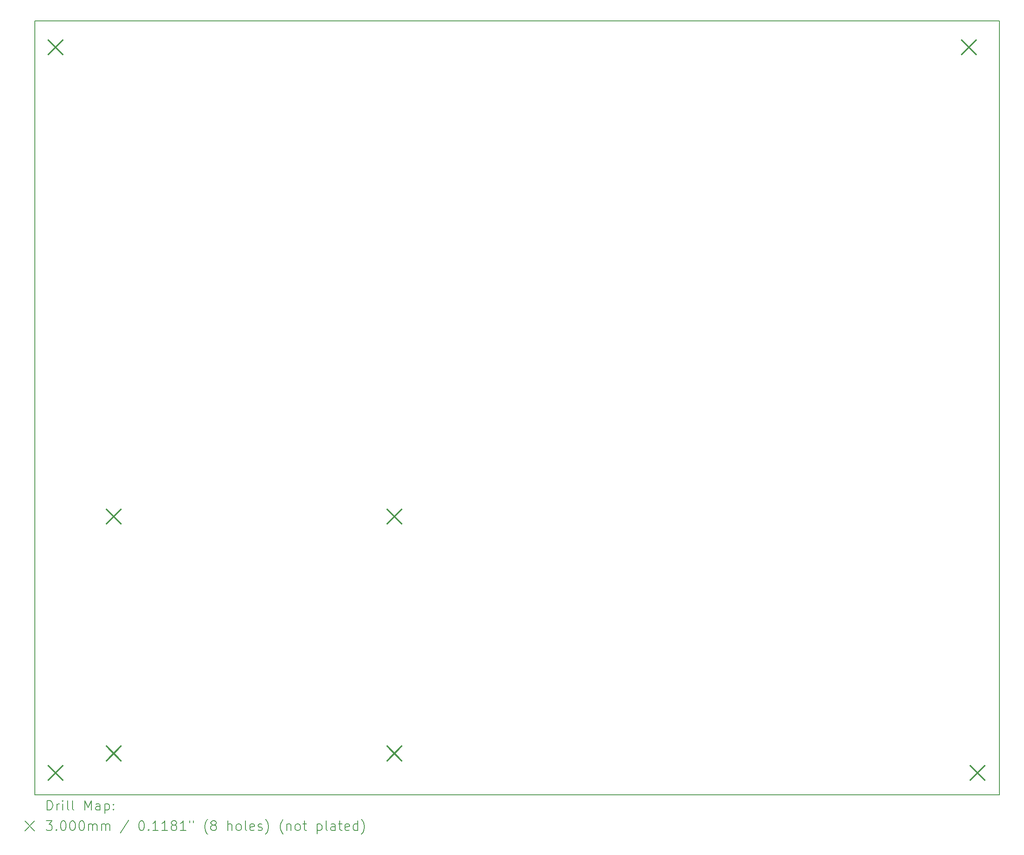
<source format=gbr>
%TF.GenerationSoftware,KiCad,Pcbnew,8.0.2*%
%TF.CreationDate,2024-07-09T15:07:08+02:00*%
%TF.ProjectId,PiADC-IO,50694144-432d-4494-9f2e-6b696361645f,1*%
%TF.SameCoordinates,Original*%
%TF.FileFunction,Drillmap*%
%TF.FilePolarity,Positive*%
%FSLAX45Y45*%
G04 Gerber Fmt 4.5, Leading zero omitted, Abs format (unit mm)*
G04 Created by KiCad (PCBNEW 8.0.2) date 2024-07-09 15:07:08*
%MOMM*%
%LPD*%
G01*
G04 APERTURE LIST*
%ADD10C,0.150000*%
%ADD11C,0.200000*%
%ADD12C,0.300000*%
G04 APERTURE END LIST*
D10*
X3073700Y-1400000D02*
X3073700Y-17402000D01*
X23000000Y-1400000D02*
X3073700Y-1400000D01*
X23000000Y-17402000D02*
X23000000Y-1400000D01*
X3073700Y-17402000D02*
X23000000Y-17402000D01*
D11*
D12*
X3350000Y-1800000D02*
X3650000Y-2100000D01*
X3650000Y-1800000D02*
X3350000Y-2100000D01*
X3350000Y-16800000D02*
X3650000Y-17100000D01*
X3650000Y-16800000D02*
X3350000Y-17100000D01*
X4550000Y-11500000D02*
X4850000Y-11800000D01*
X4850000Y-11500000D02*
X4550000Y-11800000D01*
X4550000Y-16400000D02*
X4850000Y-16700000D01*
X4850000Y-16400000D02*
X4550000Y-16700000D01*
X10350000Y-11500000D02*
X10650000Y-11800000D01*
X10650000Y-11500000D02*
X10350000Y-11800000D01*
X10350000Y-16400000D02*
X10650000Y-16700000D01*
X10650000Y-16400000D02*
X10350000Y-16700000D01*
X22222500Y-1800000D02*
X22522500Y-2100000D01*
X22522500Y-1800000D02*
X22222500Y-2100000D01*
X22400000Y-16800000D02*
X22700000Y-17100000D01*
X22700000Y-16800000D02*
X22400000Y-17100000D01*
D11*
X3326977Y-17720984D02*
X3326977Y-17520984D01*
X3326977Y-17520984D02*
X3374596Y-17520984D01*
X3374596Y-17520984D02*
X3403167Y-17530508D01*
X3403167Y-17530508D02*
X3422215Y-17549555D01*
X3422215Y-17549555D02*
X3431739Y-17568603D01*
X3431739Y-17568603D02*
X3441262Y-17606698D01*
X3441262Y-17606698D02*
X3441262Y-17635270D01*
X3441262Y-17635270D02*
X3431739Y-17673365D01*
X3431739Y-17673365D02*
X3422215Y-17692412D01*
X3422215Y-17692412D02*
X3403167Y-17711460D01*
X3403167Y-17711460D02*
X3374596Y-17720984D01*
X3374596Y-17720984D02*
X3326977Y-17720984D01*
X3526977Y-17720984D02*
X3526977Y-17587650D01*
X3526977Y-17625746D02*
X3536501Y-17606698D01*
X3536501Y-17606698D02*
X3546024Y-17597174D01*
X3546024Y-17597174D02*
X3565072Y-17587650D01*
X3565072Y-17587650D02*
X3584120Y-17587650D01*
X3650786Y-17720984D02*
X3650786Y-17587650D01*
X3650786Y-17520984D02*
X3641262Y-17530508D01*
X3641262Y-17530508D02*
X3650786Y-17540031D01*
X3650786Y-17540031D02*
X3660310Y-17530508D01*
X3660310Y-17530508D02*
X3650786Y-17520984D01*
X3650786Y-17520984D02*
X3650786Y-17540031D01*
X3774596Y-17720984D02*
X3755548Y-17711460D01*
X3755548Y-17711460D02*
X3746024Y-17692412D01*
X3746024Y-17692412D02*
X3746024Y-17520984D01*
X3879358Y-17720984D02*
X3860310Y-17711460D01*
X3860310Y-17711460D02*
X3850786Y-17692412D01*
X3850786Y-17692412D02*
X3850786Y-17520984D01*
X4107929Y-17720984D02*
X4107929Y-17520984D01*
X4107929Y-17520984D02*
X4174596Y-17663841D01*
X4174596Y-17663841D02*
X4241263Y-17520984D01*
X4241263Y-17520984D02*
X4241263Y-17720984D01*
X4422215Y-17720984D02*
X4422215Y-17616222D01*
X4422215Y-17616222D02*
X4412691Y-17597174D01*
X4412691Y-17597174D02*
X4393644Y-17587650D01*
X4393644Y-17587650D02*
X4355548Y-17587650D01*
X4355548Y-17587650D02*
X4336501Y-17597174D01*
X4422215Y-17711460D02*
X4403167Y-17720984D01*
X4403167Y-17720984D02*
X4355548Y-17720984D01*
X4355548Y-17720984D02*
X4336501Y-17711460D01*
X4336501Y-17711460D02*
X4326977Y-17692412D01*
X4326977Y-17692412D02*
X4326977Y-17673365D01*
X4326977Y-17673365D02*
X4336501Y-17654317D01*
X4336501Y-17654317D02*
X4355548Y-17644793D01*
X4355548Y-17644793D02*
X4403167Y-17644793D01*
X4403167Y-17644793D02*
X4422215Y-17635270D01*
X4517453Y-17587650D02*
X4517453Y-17787650D01*
X4517453Y-17597174D02*
X4536501Y-17587650D01*
X4536501Y-17587650D02*
X4574596Y-17587650D01*
X4574596Y-17587650D02*
X4593644Y-17597174D01*
X4593644Y-17597174D02*
X4603167Y-17606698D01*
X4603167Y-17606698D02*
X4612691Y-17625746D01*
X4612691Y-17625746D02*
X4612691Y-17682889D01*
X4612691Y-17682889D02*
X4603167Y-17701936D01*
X4603167Y-17701936D02*
X4593644Y-17711460D01*
X4593644Y-17711460D02*
X4574596Y-17720984D01*
X4574596Y-17720984D02*
X4536501Y-17720984D01*
X4536501Y-17720984D02*
X4517453Y-17711460D01*
X4698405Y-17701936D02*
X4707929Y-17711460D01*
X4707929Y-17711460D02*
X4698405Y-17720984D01*
X4698405Y-17720984D02*
X4688882Y-17711460D01*
X4688882Y-17711460D02*
X4698405Y-17701936D01*
X4698405Y-17701936D02*
X4698405Y-17720984D01*
X4698405Y-17597174D02*
X4707929Y-17606698D01*
X4707929Y-17606698D02*
X4698405Y-17616222D01*
X4698405Y-17616222D02*
X4688882Y-17606698D01*
X4688882Y-17606698D02*
X4698405Y-17597174D01*
X4698405Y-17597174D02*
X4698405Y-17616222D01*
X2866200Y-17949500D02*
X3066200Y-18149500D01*
X3066200Y-17949500D02*
X2866200Y-18149500D01*
X3307929Y-17940984D02*
X3431739Y-17940984D01*
X3431739Y-17940984D02*
X3365072Y-18017174D01*
X3365072Y-18017174D02*
X3393643Y-18017174D01*
X3393643Y-18017174D02*
X3412691Y-18026698D01*
X3412691Y-18026698D02*
X3422215Y-18036222D01*
X3422215Y-18036222D02*
X3431739Y-18055270D01*
X3431739Y-18055270D02*
X3431739Y-18102889D01*
X3431739Y-18102889D02*
X3422215Y-18121936D01*
X3422215Y-18121936D02*
X3412691Y-18131460D01*
X3412691Y-18131460D02*
X3393643Y-18140984D01*
X3393643Y-18140984D02*
X3336501Y-18140984D01*
X3336501Y-18140984D02*
X3317453Y-18131460D01*
X3317453Y-18131460D02*
X3307929Y-18121936D01*
X3517453Y-18121936D02*
X3526977Y-18131460D01*
X3526977Y-18131460D02*
X3517453Y-18140984D01*
X3517453Y-18140984D02*
X3507929Y-18131460D01*
X3507929Y-18131460D02*
X3517453Y-18121936D01*
X3517453Y-18121936D02*
X3517453Y-18140984D01*
X3650786Y-17940984D02*
X3669834Y-17940984D01*
X3669834Y-17940984D02*
X3688882Y-17950508D01*
X3688882Y-17950508D02*
X3698405Y-17960031D01*
X3698405Y-17960031D02*
X3707929Y-17979079D01*
X3707929Y-17979079D02*
X3717453Y-18017174D01*
X3717453Y-18017174D02*
X3717453Y-18064793D01*
X3717453Y-18064793D02*
X3707929Y-18102889D01*
X3707929Y-18102889D02*
X3698405Y-18121936D01*
X3698405Y-18121936D02*
X3688882Y-18131460D01*
X3688882Y-18131460D02*
X3669834Y-18140984D01*
X3669834Y-18140984D02*
X3650786Y-18140984D01*
X3650786Y-18140984D02*
X3631739Y-18131460D01*
X3631739Y-18131460D02*
X3622215Y-18121936D01*
X3622215Y-18121936D02*
X3612691Y-18102889D01*
X3612691Y-18102889D02*
X3603167Y-18064793D01*
X3603167Y-18064793D02*
X3603167Y-18017174D01*
X3603167Y-18017174D02*
X3612691Y-17979079D01*
X3612691Y-17979079D02*
X3622215Y-17960031D01*
X3622215Y-17960031D02*
X3631739Y-17950508D01*
X3631739Y-17950508D02*
X3650786Y-17940984D01*
X3841262Y-17940984D02*
X3860310Y-17940984D01*
X3860310Y-17940984D02*
X3879358Y-17950508D01*
X3879358Y-17950508D02*
X3888882Y-17960031D01*
X3888882Y-17960031D02*
X3898405Y-17979079D01*
X3898405Y-17979079D02*
X3907929Y-18017174D01*
X3907929Y-18017174D02*
X3907929Y-18064793D01*
X3907929Y-18064793D02*
X3898405Y-18102889D01*
X3898405Y-18102889D02*
X3888882Y-18121936D01*
X3888882Y-18121936D02*
X3879358Y-18131460D01*
X3879358Y-18131460D02*
X3860310Y-18140984D01*
X3860310Y-18140984D02*
X3841262Y-18140984D01*
X3841262Y-18140984D02*
X3822215Y-18131460D01*
X3822215Y-18131460D02*
X3812691Y-18121936D01*
X3812691Y-18121936D02*
X3803167Y-18102889D01*
X3803167Y-18102889D02*
X3793643Y-18064793D01*
X3793643Y-18064793D02*
X3793643Y-18017174D01*
X3793643Y-18017174D02*
X3803167Y-17979079D01*
X3803167Y-17979079D02*
X3812691Y-17960031D01*
X3812691Y-17960031D02*
X3822215Y-17950508D01*
X3822215Y-17950508D02*
X3841262Y-17940984D01*
X4031739Y-17940984D02*
X4050786Y-17940984D01*
X4050786Y-17940984D02*
X4069834Y-17950508D01*
X4069834Y-17950508D02*
X4079358Y-17960031D01*
X4079358Y-17960031D02*
X4088882Y-17979079D01*
X4088882Y-17979079D02*
X4098405Y-18017174D01*
X4098405Y-18017174D02*
X4098405Y-18064793D01*
X4098405Y-18064793D02*
X4088882Y-18102889D01*
X4088882Y-18102889D02*
X4079358Y-18121936D01*
X4079358Y-18121936D02*
X4069834Y-18131460D01*
X4069834Y-18131460D02*
X4050786Y-18140984D01*
X4050786Y-18140984D02*
X4031739Y-18140984D01*
X4031739Y-18140984D02*
X4012691Y-18131460D01*
X4012691Y-18131460D02*
X4003167Y-18121936D01*
X4003167Y-18121936D02*
X3993643Y-18102889D01*
X3993643Y-18102889D02*
X3984120Y-18064793D01*
X3984120Y-18064793D02*
X3984120Y-18017174D01*
X3984120Y-18017174D02*
X3993643Y-17979079D01*
X3993643Y-17979079D02*
X4003167Y-17960031D01*
X4003167Y-17960031D02*
X4012691Y-17950508D01*
X4012691Y-17950508D02*
X4031739Y-17940984D01*
X4184120Y-18140984D02*
X4184120Y-18007650D01*
X4184120Y-18026698D02*
X4193643Y-18017174D01*
X4193643Y-18017174D02*
X4212691Y-18007650D01*
X4212691Y-18007650D02*
X4241263Y-18007650D01*
X4241263Y-18007650D02*
X4260310Y-18017174D01*
X4260310Y-18017174D02*
X4269834Y-18036222D01*
X4269834Y-18036222D02*
X4269834Y-18140984D01*
X4269834Y-18036222D02*
X4279358Y-18017174D01*
X4279358Y-18017174D02*
X4298405Y-18007650D01*
X4298405Y-18007650D02*
X4326977Y-18007650D01*
X4326977Y-18007650D02*
X4346025Y-18017174D01*
X4346025Y-18017174D02*
X4355548Y-18036222D01*
X4355548Y-18036222D02*
X4355548Y-18140984D01*
X4450786Y-18140984D02*
X4450786Y-18007650D01*
X4450786Y-18026698D02*
X4460310Y-18017174D01*
X4460310Y-18017174D02*
X4479358Y-18007650D01*
X4479358Y-18007650D02*
X4507929Y-18007650D01*
X4507929Y-18007650D02*
X4526977Y-18017174D01*
X4526977Y-18017174D02*
X4536501Y-18036222D01*
X4536501Y-18036222D02*
X4536501Y-18140984D01*
X4536501Y-18036222D02*
X4546025Y-18017174D01*
X4546025Y-18017174D02*
X4565072Y-18007650D01*
X4565072Y-18007650D02*
X4593644Y-18007650D01*
X4593644Y-18007650D02*
X4612691Y-18017174D01*
X4612691Y-18017174D02*
X4622215Y-18036222D01*
X4622215Y-18036222D02*
X4622215Y-18140984D01*
X5012691Y-17931460D02*
X4841263Y-18188603D01*
X5269834Y-17940984D02*
X5288882Y-17940984D01*
X5288882Y-17940984D02*
X5307929Y-17950508D01*
X5307929Y-17950508D02*
X5317453Y-17960031D01*
X5317453Y-17960031D02*
X5326977Y-17979079D01*
X5326977Y-17979079D02*
X5336501Y-18017174D01*
X5336501Y-18017174D02*
X5336501Y-18064793D01*
X5336501Y-18064793D02*
X5326977Y-18102889D01*
X5326977Y-18102889D02*
X5317453Y-18121936D01*
X5317453Y-18121936D02*
X5307929Y-18131460D01*
X5307929Y-18131460D02*
X5288882Y-18140984D01*
X5288882Y-18140984D02*
X5269834Y-18140984D01*
X5269834Y-18140984D02*
X5250787Y-18131460D01*
X5250787Y-18131460D02*
X5241263Y-18121936D01*
X5241263Y-18121936D02*
X5231739Y-18102889D01*
X5231739Y-18102889D02*
X5222215Y-18064793D01*
X5222215Y-18064793D02*
X5222215Y-18017174D01*
X5222215Y-18017174D02*
X5231739Y-17979079D01*
X5231739Y-17979079D02*
X5241263Y-17960031D01*
X5241263Y-17960031D02*
X5250787Y-17950508D01*
X5250787Y-17950508D02*
X5269834Y-17940984D01*
X5422215Y-18121936D02*
X5431739Y-18131460D01*
X5431739Y-18131460D02*
X5422215Y-18140984D01*
X5422215Y-18140984D02*
X5412691Y-18131460D01*
X5412691Y-18131460D02*
X5422215Y-18121936D01*
X5422215Y-18121936D02*
X5422215Y-18140984D01*
X5622215Y-18140984D02*
X5507929Y-18140984D01*
X5565072Y-18140984D02*
X5565072Y-17940984D01*
X5565072Y-17940984D02*
X5546025Y-17969555D01*
X5546025Y-17969555D02*
X5526977Y-17988603D01*
X5526977Y-17988603D02*
X5507929Y-17998127D01*
X5812691Y-18140984D02*
X5698406Y-18140984D01*
X5755548Y-18140984D02*
X5755548Y-17940984D01*
X5755548Y-17940984D02*
X5736501Y-17969555D01*
X5736501Y-17969555D02*
X5717453Y-17988603D01*
X5717453Y-17988603D02*
X5698406Y-17998127D01*
X5926977Y-18026698D02*
X5907929Y-18017174D01*
X5907929Y-18017174D02*
X5898406Y-18007650D01*
X5898406Y-18007650D02*
X5888882Y-17988603D01*
X5888882Y-17988603D02*
X5888882Y-17979079D01*
X5888882Y-17979079D02*
X5898406Y-17960031D01*
X5898406Y-17960031D02*
X5907929Y-17950508D01*
X5907929Y-17950508D02*
X5926977Y-17940984D01*
X5926977Y-17940984D02*
X5965072Y-17940984D01*
X5965072Y-17940984D02*
X5984120Y-17950508D01*
X5984120Y-17950508D02*
X5993644Y-17960031D01*
X5993644Y-17960031D02*
X6003167Y-17979079D01*
X6003167Y-17979079D02*
X6003167Y-17988603D01*
X6003167Y-17988603D02*
X5993644Y-18007650D01*
X5993644Y-18007650D02*
X5984120Y-18017174D01*
X5984120Y-18017174D02*
X5965072Y-18026698D01*
X5965072Y-18026698D02*
X5926977Y-18026698D01*
X5926977Y-18026698D02*
X5907929Y-18036222D01*
X5907929Y-18036222D02*
X5898406Y-18045746D01*
X5898406Y-18045746D02*
X5888882Y-18064793D01*
X5888882Y-18064793D02*
X5888882Y-18102889D01*
X5888882Y-18102889D02*
X5898406Y-18121936D01*
X5898406Y-18121936D02*
X5907929Y-18131460D01*
X5907929Y-18131460D02*
X5926977Y-18140984D01*
X5926977Y-18140984D02*
X5965072Y-18140984D01*
X5965072Y-18140984D02*
X5984120Y-18131460D01*
X5984120Y-18131460D02*
X5993644Y-18121936D01*
X5993644Y-18121936D02*
X6003167Y-18102889D01*
X6003167Y-18102889D02*
X6003167Y-18064793D01*
X6003167Y-18064793D02*
X5993644Y-18045746D01*
X5993644Y-18045746D02*
X5984120Y-18036222D01*
X5984120Y-18036222D02*
X5965072Y-18026698D01*
X6193644Y-18140984D02*
X6079358Y-18140984D01*
X6136501Y-18140984D02*
X6136501Y-17940984D01*
X6136501Y-17940984D02*
X6117453Y-17969555D01*
X6117453Y-17969555D02*
X6098406Y-17988603D01*
X6098406Y-17988603D02*
X6079358Y-17998127D01*
X6269834Y-17940984D02*
X6269834Y-17979079D01*
X6346025Y-17940984D02*
X6346025Y-17979079D01*
X6641263Y-18217174D02*
X6631739Y-18207650D01*
X6631739Y-18207650D02*
X6612691Y-18179079D01*
X6612691Y-18179079D02*
X6603168Y-18160031D01*
X6603168Y-18160031D02*
X6593644Y-18131460D01*
X6593644Y-18131460D02*
X6584120Y-18083841D01*
X6584120Y-18083841D02*
X6584120Y-18045746D01*
X6584120Y-18045746D02*
X6593644Y-17998127D01*
X6593644Y-17998127D02*
X6603168Y-17969555D01*
X6603168Y-17969555D02*
X6612691Y-17950508D01*
X6612691Y-17950508D02*
X6631739Y-17921936D01*
X6631739Y-17921936D02*
X6641263Y-17912412D01*
X6746025Y-18026698D02*
X6726977Y-18017174D01*
X6726977Y-18017174D02*
X6717453Y-18007650D01*
X6717453Y-18007650D02*
X6707929Y-17988603D01*
X6707929Y-17988603D02*
X6707929Y-17979079D01*
X6707929Y-17979079D02*
X6717453Y-17960031D01*
X6717453Y-17960031D02*
X6726977Y-17950508D01*
X6726977Y-17950508D02*
X6746025Y-17940984D01*
X6746025Y-17940984D02*
X6784120Y-17940984D01*
X6784120Y-17940984D02*
X6803168Y-17950508D01*
X6803168Y-17950508D02*
X6812691Y-17960031D01*
X6812691Y-17960031D02*
X6822215Y-17979079D01*
X6822215Y-17979079D02*
X6822215Y-17988603D01*
X6822215Y-17988603D02*
X6812691Y-18007650D01*
X6812691Y-18007650D02*
X6803168Y-18017174D01*
X6803168Y-18017174D02*
X6784120Y-18026698D01*
X6784120Y-18026698D02*
X6746025Y-18026698D01*
X6746025Y-18026698D02*
X6726977Y-18036222D01*
X6726977Y-18036222D02*
X6717453Y-18045746D01*
X6717453Y-18045746D02*
X6707929Y-18064793D01*
X6707929Y-18064793D02*
X6707929Y-18102889D01*
X6707929Y-18102889D02*
X6717453Y-18121936D01*
X6717453Y-18121936D02*
X6726977Y-18131460D01*
X6726977Y-18131460D02*
X6746025Y-18140984D01*
X6746025Y-18140984D02*
X6784120Y-18140984D01*
X6784120Y-18140984D02*
X6803168Y-18131460D01*
X6803168Y-18131460D02*
X6812691Y-18121936D01*
X6812691Y-18121936D02*
X6822215Y-18102889D01*
X6822215Y-18102889D02*
X6822215Y-18064793D01*
X6822215Y-18064793D02*
X6812691Y-18045746D01*
X6812691Y-18045746D02*
X6803168Y-18036222D01*
X6803168Y-18036222D02*
X6784120Y-18026698D01*
X7060310Y-18140984D02*
X7060310Y-17940984D01*
X7146025Y-18140984D02*
X7146025Y-18036222D01*
X7146025Y-18036222D02*
X7136501Y-18017174D01*
X7136501Y-18017174D02*
X7117453Y-18007650D01*
X7117453Y-18007650D02*
X7088882Y-18007650D01*
X7088882Y-18007650D02*
X7069834Y-18017174D01*
X7069834Y-18017174D02*
X7060310Y-18026698D01*
X7269834Y-18140984D02*
X7250787Y-18131460D01*
X7250787Y-18131460D02*
X7241263Y-18121936D01*
X7241263Y-18121936D02*
X7231739Y-18102889D01*
X7231739Y-18102889D02*
X7231739Y-18045746D01*
X7231739Y-18045746D02*
X7241263Y-18026698D01*
X7241263Y-18026698D02*
X7250787Y-18017174D01*
X7250787Y-18017174D02*
X7269834Y-18007650D01*
X7269834Y-18007650D02*
X7298406Y-18007650D01*
X7298406Y-18007650D02*
X7317453Y-18017174D01*
X7317453Y-18017174D02*
X7326977Y-18026698D01*
X7326977Y-18026698D02*
X7336501Y-18045746D01*
X7336501Y-18045746D02*
X7336501Y-18102889D01*
X7336501Y-18102889D02*
X7326977Y-18121936D01*
X7326977Y-18121936D02*
X7317453Y-18131460D01*
X7317453Y-18131460D02*
X7298406Y-18140984D01*
X7298406Y-18140984D02*
X7269834Y-18140984D01*
X7450787Y-18140984D02*
X7431739Y-18131460D01*
X7431739Y-18131460D02*
X7422215Y-18112412D01*
X7422215Y-18112412D02*
X7422215Y-17940984D01*
X7603168Y-18131460D02*
X7584120Y-18140984D01*
X7584120Y-18140984D02*
X7546025Y-18140984D01*
X7546025Y-18140984D02*
X7526977Y-18131460D01*
X7526977Y-18131460D02*
X7517453Y-18112412D01*
X7517453Y-18112412D02*
X7517453Y-18036222D01*
X7517453Y-18036222D02*
X7526977Y-18017174D01*
X7526977Y-18017174D02*
X7546025Y-18007650D01*
X7546025Y-18007650D02*
X7584120Y-18007650D01*
X7584120Y-18007650D02*
X7603168Y-18017174D01*
X7603168Y-18017174D02*
X7612691Y-18036222D01*
X7612691Y-18036222D02*
X7612691Y-18055270D01*
X7612691Y-18055270D02*
X7517453Y-18074317D01*
X7688882Y-18131460D02*
X7707930Y-18140984D01*
X7707930Y-18140984D02*
X7746025Y-18140984D01*
X7746025Y-18140984D02*
X7765072Y-18131460D01*
X7765072Y-18131460D02*
X7774596Y-18112412D01*
X7774596Y-18112412D02*
X7774596Y-18102889D01*
X7774596Y-18102889D02*
X7765072Y-18083841D01*
X7765072Y-18083841D02*
X7746025Y-18074317D01*
X7746025Y-18074317D02*
X7717453Y-18074317D01*
X7717453Y-18074317D02*
X7698406Y-18064793D01*
X7698406Y-18064793D02*
X7688882Y-18045746D01*
X7688882Y-18045746D02*
X7688882Y-18036222D01*
X7688882Y-18036222D02*
X7698406Y-18017174D01*
X7698406Y-18017174D02*
X7717453Y-18007650D01*
X7717453Y-18007650D02*
X7746025Y-18007650D01*
X7746025Y-18007650D02*
X7765072Y-18017174D01*
X7841263Y-18217174D02*
X7850787Y-18207650D01*
X7850787Y-18207650D02*
X7869834Y-18179079D01*
X7869834Y-18179079D02*
X7879358Y-18160031D01*
X7879358Y-18160031D02*
X7888882Y-18131460D01*
X7888882Y-18131460D02*
X7898406Y-18083841D01*
X7898406Y-18083841D02*
X7898406Y-18045746D01*
X7898406Y-18045746D02*
X7888882Y-17998127D01*
X7888882Y-17998127D02*
X7879358Y-17969555D01*
X7879358Y-17969555D02*
X7869834Y-17950508D01*
X7869834Y-17950508D02*
X7850787Y-17921936D01*
X7850787Y-17921936D02*
X7841263Y-17912412D01*
X8203168Y-18217174D02*
X8193644Y-18207650D01*
X8193644Y-18207650D02*
X8174596Y-18179079D01*
X8174596Y-18179079D02*
X8165072Y-18160031D01*
X8165072Y-18160031D02*
X8155549Y-18131460D01*
X8155549Y-18131460D02*
X8146025Y-18083841D01*
X8146025Y-18083841D02*
X8146025Y-18045746D01*
X8146025Y-18045746D02*
X8155549Y-17998127D01*
X8155549Y-17998127D02*
X8165072Y-17969555D01*
X8165072Y-17969555D02*
X8174596Y-17950508D01*
X8174596Y-17950508D02*
X8193644Y-17921936D01*
X8193644Y-17921936D02*
X8203168Y-17912412D01*
X8279358Y-18007650D02*
X8279358Y-18140984D01*
X8279358Y-18026698D02*
X8288882Y-18017174D01*
X8288882Y-18017174D02*
X8307930Y-18007650D01*
X8307930Y-18007650D02*
X8336501Y-18007650D01*
X8336501Y-18007650D02*
X8355549Y-18017174D01*
X8355549Y-18017174D02*
X8365072Y-18036222D01*
X8365072Y-18036222D02*
X8365072Y-18140984D01*
X8488882Y-18140984D02*
X8469834Y-18131460D01*
X8469834Y-18131460D02*
X8460311Y-18121936D01*
X8460311Y-18121936D02*
X8450787Y-18102889D01*
X8450787Y-18102889D02*
X8450787Y-18045746D01*
X8450787Y-18045746D02*
X8460311Y-18026698D01*
X8460311Y-18026698D02*
X8469834Y-18017174D01*
X8469834Y-18017174D02*
X8488882Y-18007650D01*
X8488882Y-18007650D02*
X8517454Y-18007650D01*
X8517454Y-18007650D02*
X8536501Y-18017174D01*
X8536501Y-18017174D02*
X8546025Y-18026698D01*
X8546025Y-18026698D02*
X8555549Y-18045746D01*
X8555549Y-18045746D02*
X8555549Y-18102889D01*
X8555549Y-18102889D02*
X8546025Y-18121936D01*
X8546025Y-18121936D02*
X8536501Y-18131460D01*
X8536501Y-18131460D02*
X8517454Y-18140984D01*
X8517454Y-18140984D02*
X8488882Y-18140984D01*
X8612692Y-18007650D02*
X8688882Y-18007650D01*
X8641263Y-17940984D02*
X8641263Y-18112412D01*
X8641263Y-18112412D02*
X8650787Y-18131460D01*
X8650787Y-18131460D02*
X8669834Y-18140984D01*
X8669834Y-18140984D02*
X8688882Y-18140984D01*
X8907930Y-18007650D02*
X8907930Y-18207650D01*
X8907930Y-18017174D02*
X8926977Y-18007650D01*
X8926977Y-18007650D02*
X8965073Y-18007650D01*
X8965073Y-18007650D02*
X8984120Y-18017174D01*
X8984120Y-18017174D02*
X8993644Y-18026698D01*
X8993644Y-18026698D02*
X9003168Y-18045746D01*
X9003168Y-18045746D02*
X9003168Y-18102889D01*
X9003168Y-18102889D02*
X8993644Y-18121936D01*
X8993644Y-18121936D02*
X8984120Y-18131460D01*
X8984120Y-18131460D02*
X8965073Y-18140984D01*
X8965073Y-18140984D02*
X8926977Y-18140984D01*
X8926977Y-18140984D02*
X8907930Y-18131460D01*
X9117454Y-18140984D02*
X9098406Y-18131460D01*
X9098406Y-18131460D02*
X9088882Y-18112412D01*
X9088882Y-18112412D02*
X9088882Y-17940984D01*
X9279358Y-18140984D02*
X9279358Y-18036222D01*
X9279358Y-18036222D02*
X9269835Y-18017174D01*
X9269835Y-18017174D02*
X9250787Y-18007650D01*
X9250787Y-18007650D02*
X9212692Y-18007650D01*
X9212692Y-18007650D02*
X9193644Y-18017174D01*
X9279358Y-18131460D02*
X9260311Y-18140984D01*
X9260311Y-18140984D02*
X9212692Y-18140984D01*
X9212692Y-18140984D02*
X9193644Y-18131460D01*
X9193644Y-18131460D02*
X9184120Y-18112412D01*
X9184120Y-18112412D02*
X9184120Y-18093365D01*
X9184120Y-18093365D02*
X9193644Y-18074317D01*
X9193644Y-18074317D02*
X9212692Y-18064793D01*
X9212692Y-18064793D02*
X9260311Y-18064793D01*
X9260311Y-18064793D02*
X9279358Y-18055270D01*
X9346025Y-18007650D02*
X9422215Y-18007650D01*
X9374596Y-17940984D02*
X9374596Y-18112412D01*
X9374596Y-18112412D02*
X9384120Y-18131460D01*
X9384120Y-18131460D02*
X9403168Y-18140984D01*
X9403168Y-18140984D02*
X9422215Y-18140984D01*
X9565073Y-18131460D02*
X9546025Y-18140984D01*
X9546025Y-18140984D02*
X9507930Y-18140984D01*
X9507930Y-18140984D02*
X9488882Y-18131460D01*
X9488882Y-18131460D02*
X9479358Y-18112412D01*
X9479358Y-18112412D02*
X9479358Y-18036222D01*
X9479358Y-18036222D02*
X9488882Y-18017174D01*
X9488882Y-18017174D02*
X9507930Y-18007650D01*
X9507930Y-18007650D02*
X9546025Y-18007650D01*
X9546025Y-18007650D02*
X9565073Y-18017174D01*
X9565073Y-18017174D02*
X9574596Y-18036222D01*
X9574596Y-18036222D02*
X9574596Y-18055270D01*
X9574596Y-18055270D02*
X9479358Y-18074317D01*
X9746025Y-18140984D02*
X9746025Y-17940984D01*
X9746025Y-18131460D02*
X9726977Y-18140984D01*
X9726977Y-18140984D02*
X9688882Y-18140984D01*
X9688882Y-18140984D02*
X9669835Y-18131460D01*
X9669835Y-18131460D02*
X9660311Y-18121936D01*
X9660311Y-18121936D02*
X9650787Y-18102889D01*
X9650787Y-18102889D02*
X9650787Y-18045746D01*
X9650787Y-18045746D02*
X9660311Y-18026698D01*
X9660311Y-18026698D02*
X9669835Y-18017174D01*
X9669835Y-18017174D02*
X9688882Y-18007650D01*
X9688882Y-18007650D02*
X9726977Y-18007650D01*
X9726977Y-18007650D02*
X9746025Y-18017174D01*
X9822216Y-18217174D02*
X9831739Y-18207650D01*
X9831739Y-18207650D02*
X9850787Y-18179079D01*
X9850787Y-18179079D02*
X9860311Y-18160031D01*
X9860311Y-18160031D02*
X9869835Y-18131460D01*
X9869835Y-18131460D02*
X9879358Y-18083841D01*
X9879358Y-18083841D02*
X9879358Y-18045746D01*
X9879358Y-18045746D02*
X9869835Y-17998127D01*
X9869835Y-17998127D02*
X9860311Y-17969555D01*
X9860311Y-17969555D02*
X9850787Y-17950508D01*
X9850787Y-17950508D02*
X9831739Y-17921936D01*
X9831739Y-17921936D02*
X9822216Y-17912412D01*
M02*

</source>
